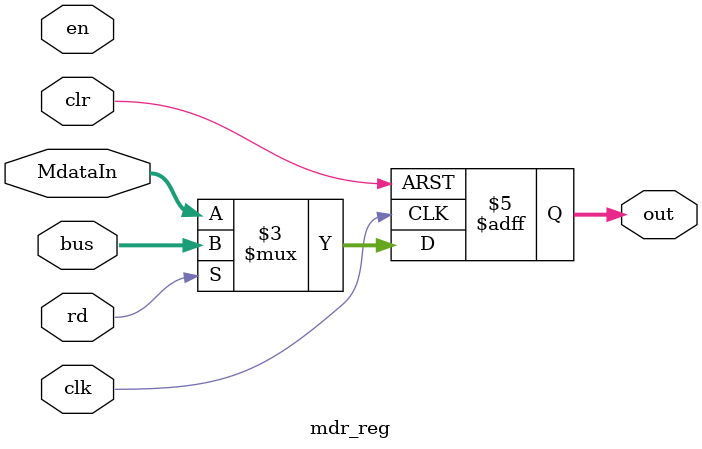
<source format=v>
module mdr_reg(out, MdataIn, bus, en, rd, clr, clk);


output reg [31:0] out;
input [31:0] MdataIn, bus;
input en, rd, clr, clk;

wire [31:0] in;
always @(posedge clk or posedge clr)
		if(clr)
			out = 0; 
		else if(rd)
			out = bus;
		else
			out = MdataIn;
endmodule

</source>
